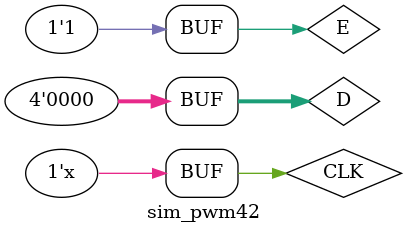
<source format=v>
`timescale 1ns / 1ps


module sim_pwm42;

	// Inputs
	reg CLK;
	reg [3:0] D;
	reg E;

	// Outputs
	wire P;
	wire X;

	// Instantiate the Unit Under Test (UUT)
	pwm_42 uut (
		.CLK(CLK), 
		.D(D), 
		.P(P), 
		.E(E), 
		.X(X)
	);
	initial begin
		// Initialize Inputs
		CLK = 0;
		D = 4'b0000;
		#10 E = 1;
	end
      always begin
		CLK=~CLK;
		#10;
		end
endmodule
      


</source>
